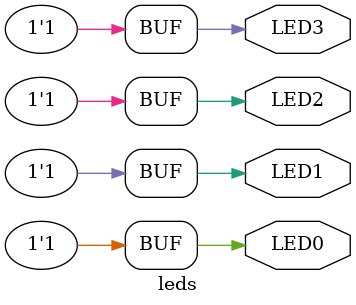
<source format=v>

module leds(output wire LED0,
            output wire LED1,
            output wire LED2,
            output wire LED3);

assign LED0 = 1'b1;
assign LED1 = 1'b1;
assign LED2 = 1'b1;
assign LED3 = 1'b1;

endmodule

</source>
